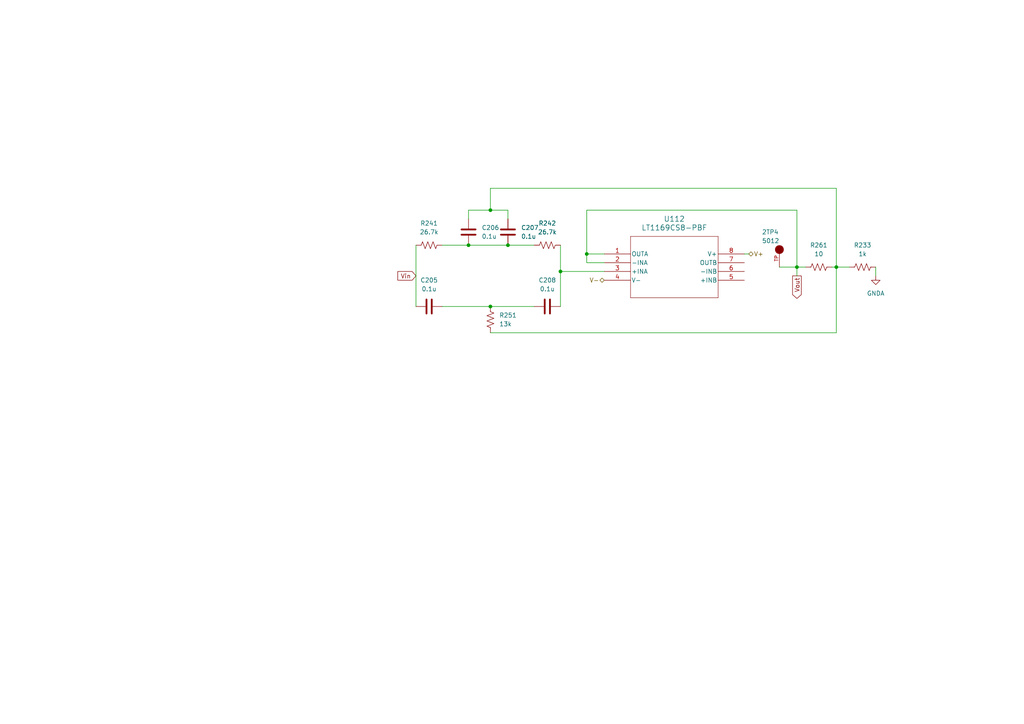
<source format=kicad_sch>
(kicad_sch (version 20230121) (generator eeschema)

  (uuid d44b965c-6455-4dba-afea-3cc4ffbeeba4)

  (paper "A4")

  (lib_symbols
    (symbol "Device:C" (pin_numbers hide) (pin_names (offset 0.254)) (in_bom yes) (on_board yes)
      (property "Reference" "C" (at 0.635 2.54 0)
        (effects (font (size 1.27 1.27)) (justify left))
      )
      (property "Value" "C" (at 0.635 -2.54 0)
        (effects (font (size 1.27 1.27)) (justify left))
      )
      (property "Footprint" "" (at 0.9652 -3.81 0)
        (effects (font (size 1.27 1.27)) hide)
      )
      (property "Datasheet" "~" (at 0 0 0)
        (effects (font (size 1.27 1.27)) hide)
      )
      (property "ki_keywords" "cap capacitor" (at 0 0 0)
        (effects (font (size 1.27 1.27)) hide)
      )
      (property "ki_description" "Unpolarized capacitor" (at 0 0 0)
        (effects (font (size 1.27 1.27)) hide)
      )
      (property "ki_fp_filters" "C_*" (at 0 0 0)
        (effects (font (size 1.27 1.27)) hide)
      )
      (symbol "C_0_1"
        (polyline
          (pts
            (xy -2.032 -0.762)
            (xy 2.032 -0.762)
          )
          (stroke (width 0.508) (type default))
          (fill (type none))
        )
        (polyline
          (pts
            (xy -2.032 0.762)
            (xy 2.032 0.762)
          )
          (stroke (width 0.508) (type default))
          (fill (type none))
        )
      )
      (symbol "C_1_1"
        (pin passive line (at 0 3.81 270) (length 2.794)
          (name "~" (effects (font (size 1.27 1.27))))
          (number "1" (effects (font (size 1.27 1.27))))
        )
        (pin passive line (at 0 -3.81 90) (length 2.794)
          (name "~" (effects (font (size 1.27 1.27))))
          (number "2" (effects (font (size 1.27 1.27))))
        )
      )
    )
    (symbol "Device:R_US" (pin_numbers hide) (pin_names (offset 0)) (in_bom yes) (on_board yes)
      (property "Reference" "R" (at 2.54 0 90)
        (effects (font (size 1.27 1.27)))
      )
      (property "Value" "R_US" (at -2.54 0 90)
        (effects (font (size 1.27 1.27)))
      )
      (property "Footprint" "" (at 1.016 -0.254 90)
        (effects (font (size 1.27 1.27)) hide)
      )
      (property "Datasheet" "~" (at 0 0 0)
        (effects (font (size 1.27 1.27)) hide)
      )
      (property "ki_keywords" "R res resistor" (at 0 0 0)
        (effects (font (size 1.27 1.27)) hide)
      )
      (property "ki_description" "Resistor, US symbol" (at 0 0 0)
        (effects (font (size 1.27 1.27)) hide)
      )
      (property "ki_fp_filters" "R_*" (at 0 0 0)
        (effects (font (size 1.27 1.27)) hide)
      )
      (symbol "R_US_0_1"
        (polyline
          (pts
            (xy 0 -2.286)
            (xy 0 -2.54)
          )
          (stroke (width 0) (type default))
          (fill (type none))
        )
        (polyline
          (pts
            (xy 0 2.286)
            (xy 0 2.54)
          )
          (stroke (width 0) (type default))
          (fill (type none))
        )
        (polyline
          (pts
            (xy 0 -0.762)
            (xy 1.016 -1.143)
            (xy 0 -1.524)
            (xy -1.016 -1.905)
            (xy 0 -2.286)
          )
          (stroke (width 0) (type default))
          (fill (type none))
        )
        (polyline
          (pts
            (xy 0 0.762)
            (xy 1.016 0.381)
            (xy 0 0)
            (xy -1.016 -0.381)
            (xy 0 -0.762)
          )
          (stroke (width 0) (type default))
          (fill (type none))
        )
        (polyline
          (pts
            (xy 0 2.286)
            (xy 1.016 1.905)
            (xy 0 1.524)
            (xy -1.016 1.143)
            (xy 0 0.762)
          )
          (stroke (width 0) (type default))
          (fill (type none))
        )
      )
      (symbol "R_US_1_1"
        (pin passive line (at 0 3.81 270) (length 1.27)
          (name "~" (effects (font (size 1.27 1.27))))
          (number "1" (effects (font (size 1.27 1.27))))
        )
        (pin passive line (at 0 -3.81 90) (length 1.27)
          (name "~" (effects (font (size 1.27 1.27))))
          (number "2" (effects (font (size 1.27 1.27))))
        )
      )
    )
    (symbol "TP_5012:5012" (pin_names (offset 1.016)) (in_bom yes) (on_board yes)
      (property "Reference" "TP" (at -2.5444 2.5415 0)
        (effects (font (size 1.27 1.27)) (justify left bottom))
      )
      (property "Value" "5012" (at -2.55 -5.0866 0)
        (effects (font (size 1.27 1.27)) (justify left bottom))
      )
      (property "Footprint" "5012:TP_5012" (at 0 0 0)
        (effects (font (size 1.27 1.27)) (justify bottom) hide)
      )
      (property "Datasheet" "" (at 0 0 0)
        (effects (font (size 1.27 1.27)) hide)
      )
      (property "PARTREV" "F" (at 0 0 0)
        (effects (font (size 1.27 1.27)) (justify bottom) hide)
      )
      (property "SNAPEDA_PN" "5010" (at 0 0 0)
        (effects (font (size 1.27 1.27)) (justify bottom) hide)
      )
      (property "MANUFACTURER" "Keystone Electronics" (at 0 0 0)
        (effects (font (size 1.27 1.27)) (justify bottom) hide)
      )
      (property "MAXIMUM_PACKAGE_HEIGHT" "8.13 mm" (at 0 0 0)
        (effects (font (size 1.27 1.27)) (justify bottom) hide)
      )
      (property "STANDARD" "Manufacturer Recommendations" (at 0 0 0)
        (effects (font (size 1.27 1.27)) (justify bottom) hide)
      )
      (symbol "5012_0_0"
        (circle (center 0 0) (radius 0.635)
          (stroke (width 1.27) (type default))
          (fill (type none))
        )
        (pin passive line (at -5.08 0 0) (length 5.08)
          (name "~" (effects (font (size 1.016 1.016))))
          (number "TP" (effects (font (size 1.016 1.016))))
        )
      )
    )
    (symbol "power:GNDA" (power) (pin_names (offset 0)) (in_bom yes) (on_board yes)
      (property "Reference" "#PWR" (at 0 -6.35 0)
        (effects (font (size 1.27 1.27)) hide)
      )
      (property "Value" "GNDA" (at 0 -3.81 0)
        (effects (font (size 1.27 1.27)))
      )
      (property "Footprint" "" (at 0 0 0)
        (effects (font (size 1.27 1.27)) hide)
      )
      (property "Datasheet" "" (at 0 0 0)
        (effects (font (size 1.27 1.27)) hide)
      )
      (property "ki_keywords" "global power" (at 0 0 0)
        (effects (font (size 1.27 1.27)) hide)
      )
      (property "ki_description" "Power symbol creates a global label with name \"GNDA\" , analog ground" (at 0 0 0)
        (effects (font (size 1.27 1.27)) hide)
      )
      (symbol "GNDA_0_1"
        (polyline
          (pts
            (xy 0 0)
            (xy 0 -1.27)
            (xy 1.27 -1.27)
            (xy 0 -2.54)
            (xy -1.27 -1.27)
            (xy 0 -1.27)
          )
          (stroke (width 0) (type default))
          (fill (type none))
        )
      )
      (symbol "GNDA_1_1"
        (pin power_in line (at 0 0 270) (length 0) hide
          (name "GNDA" (effects (font (size 1.27 1.27))))
          (number "1" (effects (font (size 1.27 1.27))))
        )
      )
    )
    (symbol "symbols:LT1169CS8-PBF" (pin_names (offset 0.254)) (in_bom yes) (on_board yes)
      (property "Reference" "U" (at 20.32 10.16 0)
        (effects (font (size 1.524 1.524)))
      )
      (property "Value" "LT1169CS8-PBF" (at 20.32 7.62 0)
        (effects (font (size 1.524 1.524)))
      )
      (property "Footprint" "SO-8_S_LIT" (at 0 0 0)
        (effects (font (size 1.27 1.27) italic) hide)
      )
      (property "Datasheet" "LT1169CS8-PBF" (at 0 0 0)
        (effects (font (size 1.27 1.27) italic) hide)
      )
      (property "ki_locked" "" (at 0 0 0)
        (effects (font (size 1.27 1.27)))
      )
      (property "ki_keywords" "LT1169CS8#PBF" (at 0 0 0)
        (effects (font (size 1.27 1.27)) hide)
      )
      (property "ki_fp_filters" "SO-8_S_LIT SO-8_S_LIT-M SO-8_S_LIT-L" (at 0 0 0)
        (effects (font (size 1.27 1.27)) hide)
      )
      (symbol "LT1169CS8-PBF_0_1"
        (polyline
          (pts
            (xy 7.62 -12.7)
            (xy 33.02 -12.7)
          )
          (stroke (width 0.127) (type default))
          (fill (type none))
        )
        (polyline
          (pts
            (xy 7.62 5.08)
            (xy 7.62 -12.7)
          )
          (stroke (width 0.127) (type default))
          (fill (type none))
        )
        (polyline
          (pts
            (xy 33.02 -12.7)
            (xy 33.02 5.08)
          )
          (stroke (width 0.127) (type default))
          (fill (type none))
        )
        (polyline
          (pts
            (xy 33.02 5.08)
            (xy 7.62 5.08)
          )
          (stroke (width 0.127) (type default))
          (fill (type none))
        )
        (pin output line (at 0 0 0) (length 7.62)
          (name "OUTA" (effects (font (size 1.27 1.27))))
          (number "1" (effects (font (size 1.27 1.27))))
        )
        (pin input line (at 0 -2.54 0) (length 7.62)
          (name "-INA" (effects (font (size 1.27 1.27))))
          (number "2" (effects (font (size 1.27 1.27))))
        )
        (pin input line (at 0 -5.08 0) (length 7.62)
          (name "+INA" (effects (font (size 1.27 1.27))))
          (number "3" (effects (font (size 1.27 1.27))))
        )
        (pin power_in line (at 0 -7.62 0) (length 7.62)
          (name "V-" (effects (font (size 1.27 1.27))))
          (number "4" (effects (font (size 1.27 1.27))))
        )
        (pin input line (at 40.64 -7.62 180) (length 7.62)
          (name "+INB" (effects (font (size 1.27 1.27))))
          (number "5" (effects (font (size 1.27 1.27))))
        )
        (pin input line (at 40.64 -5.08 180) (length 7.62)
          (name "-INB" (effects (font (size 1.27 1.27))))
          (number "6" (effects (font (size 1.27 1.27))))
        )
        (pin output line (at 40.64 -2.54 180) (length 7.62)
          (name "OUTB" (effects (font (size 1.27 1.27))))
          (number "7" (effects (font (size 1.27 1.27))))
        )
        (pin power_in line (at 40.64 0 180) (length 7.62)
          (name "V+" (effects (font (size 1.27 1.27))))
          (number "8" (effects (font (size 1.27 1.27))))
        )
      )
    )
  )

  (junction (at 162.56 78.74) (diameter 0) (color 0 0 0 0)
    (uuid 17bc7f73-848d-4b4b-89d8-3239a55af7b9)
  )
  (junction (at 231.14 77.47) (diameter 0) (color 0 0 0 0)
    (uuid 2aa76df0-199e-4dd6-888d-16bbe61bfe4a)
  )
  (junction (at 142.24 60.96) (diameter 0) (color 0 0 0 0)
    (uuid 685d93b9-d1e6-47d9-8897-2cca0c123b93)
  )
  (junction (at 135.89 71.12) (diameter 0) (color 0 0 0 0)
    (uuid 725dacb8-1403-4bf4-94ad-7883f4a9c526)
  )
  (junction (at 242.57 77.47) (diameter 0) (color 0 0 0 0)
    (uuid 7382f68c-8620-4650-8050-1c817f774581)
  )
  (junction (at 147.32 71.12) (diameter 0) (color 0 0 0 0)
    (uuid d2661a2a-6c27-4bb8-8580-22e6e95a4181)
  )
  (junction (at 142.24 88.9) (diameter 0) (color 0 0 0 0)
    (uuid e13de212-1178-4c6f-a8f1-416afa939a11)
  )
  (junction (at 170.18 73.66) (diameter 0) (color 0 0 0 0)
    (uuid e3434954-6f31-4947-b8cd-ca295bf27cbd)
  )

  (wire (pts (xy 162.56 78.74) (xy 175.26 78.74))
    (stroke (width 0) (type default))
    (uuid 02522501-d1a6-4c7e-9ac4-c2f0d36a7943)
  )
  (wire (pts (xy 226.06 77.47) (xy 231.14 77.47))
    (stroke (width 0) (type default))
    (uuid 0b56820a-b9b9-482d-86ab-e5a950b59d41)
  )
  (wire (pts (xy 170.18 60.96) (xy 231.14 60.96))
    (stroke (width 0) (type default))
    (uuid 13fb52c9-32df-482f-a429-c619612588f7)
  )
  (wire (pts (xy 135.89 71.12) (xy 147.32 71.12))
    (stroke (width 0) (type default))
    (uuid 16d4272f-affe-48a5-9dfe-4e62f2b672dd)
  )
  (wire (pts (xy 147.32 60.96) (xy 147.32 63.5))
    (stroke (width 0) (type default))
    (uuid 39617c31-26a0-41a5-9b5a-346ee9b5da78)
  )
  (wire (pts (xy 135.89 60.96) (xy 142.24 60.96))
    (stroke (width 0) (type default))
    (uuid 3cc8a162-dea3-48c5-bf3e-77f5a89db107)
  )
  (wire (pts (xy 231.14 77.47) (xy 231.14 80.01))
    (stroke (width 0) (type default))
    (uuid 53634be7-b042-4f09-bd0d-b2aa5d3b6c3a)
  )
  (wire (pts (xy 170.18 60.96) (xy 170.18 73.66))
    (stroke (width 0) (type default))
    (uuid 54fce4d4-49c8-4e9c-b624-4efa778550ea)
  )
  (wire (pts (xy 142.24 54.61) (xy 142.24 60.96))
    (stroke (width 0) (type default))
    (uuid 5f9b3ce1-89e5-486c-a107-58a93f77468d)
  )
  (wire (pts (xy 162.56 71.12) (xy 162.56 78.74))
    (stroke (width 0) (type default))
    (uuid 6792dd19-3e3d-4591-95bd-aea590a7e545)
  )
  (wire (pts (xy 128.27 88.9) (xy 142.24 88.9))
    (stroke (width 0) (type default))
    (uuid 7016bcd9-c5f1-43da-9cd7-c8e3f37d5bed)
  )
  (wire (pts (xy 254 77.47) (xy 254 80.01))
    (stroke (width 0) (type default))
    (uuid 8247194c-1ee3-4e1d-a260-2e6060810d32)
  )
  (wire (pts (xy 242.57 77.47) (xy 246.38 77.47))
    (stroke (width 0) (type default))
    (uuid 84c1f545-dfd9-4f37-b5b0-168df35a4e5a)
  )
  (wire (pts (xy 242.57 54.61) (xy 142.24 54.61))
    (stroke (width 0) (type default))
    (uuid 93c92a53-3055-4548-848e-27dbf49d2e4f)
  )
  (wire (pts (xy 120.65 71.12) (xy 120.65 88.9))
    (stroke (width 0) (type default))
    (uuid 93ca8982-c4f3-4d1d-bf8d-0a243620c933)
  )
  (wire (pts (xy 170.18 73.66) (xy 175.26 73.66))
    (stroke (width 0) (type default))
    (uuid 95ead6b1-cbcd-41fa-a14d-9cef1038fe35)
  )
  (wire (pts (xy 215.9 73.66) (xy 217.17 73.66))
    (stroke (width 0) (type default))
    (uuid 99c23f09-8f56-432a-8e02-9546f4d94701)
  )
  (wire (pts (xy 142.24 88.9) (xy 154.94 88.9))
    (stroke (width 0) (type default))
    (uuid 9d5cde43-9b8d-4cde-abe5-6b2f2bc8b81a)
  )
  (wire (pts (xy 147.32 71.12) (xy 154.94 71.12))
    (stroke (width 0) (type default))
    (uuid a02a1b9f-4c72-42fa-8466-c1a987fb2780)
  )
  (wire (pts (xy 170.18 73.66) (xy 170.18 76.2))
    (stroke (width 0) (type default))
    (uuid b705a310-d055-4b4e-bc8e-5af83f1bb952)
  )
  (wire (pts (xy 241.3 77.47) (xy 242.57 77.47))
    (stroke (width 0) (type default))
    (uuid b8b50eab-0c77-4e7e-b5cd-ae1686bbfdd5)
  )
  (wire (pts (xy 162.56 78.74) (xy 162.56 88.9))
    (stroke (width 0) (type default))
    (uuid c30a9547-0cf6-4149-b299-4c00695b8717)
  )
  (wire (pts (xy 242.57 77.47) (xy 242.57 54.61))
    (stroke (width 0) (type default))
    (uuid c7787e63-6645-4490-aac1-8ac590f58bd3)
  )
  (wire (pts (xy 142.24 60.96) (xy 147.32 60.96))
    (stroke (width 0) (type default))
    (uuid d890c157-49e1-4e6a-95ed-83b915c2080e)
  )
  (wire (pts (xy 170.18 76.2) (xy 175.26 76.2))
    (stroke (width 0) (type default))
    (uuid dacb46ca-4779-4c04-8086-eafc5f21538b)
  )
  (wire (pts (xy 142.24 96.52) (xy 242.57 96.52))
    (stroke (width 0) (type default))
    (uuid df2f60d4-9cc4-4828-bfbf-cc0a3fc63873)
  )
  (wire (pts (xy 231.14 77.47) (xy 233.68 77.47))
    (stroke (width 0) (type default))
    (uuid df458039-1806-4791-b016-61ad7e7f632b)
  )
  (wire (pts (xy 242.57 77.47) (xy 242.57 96.52))
    (stroke (width 0) (type default))
    (uuid ed5441f1-aa6f-4ae3-bb3b-3357202ab7bf)
  )
  (wire (pts (xy 231.14 60.96) (xy 231.14 77.47))
    (stroke (width 0) (type default))
    (uuid f5dc8752-e77f-448f-946c-045eb95398a6)
  )
  (wire (pts (xy 128.27 71.12) (xy 135.89 71.12))
    (stroke (width 0) (type default))
    (uuid f87181f7-a653-41fb-9001-8deca4bab0cd)
  )
  (wire (pts (xy 135.89 63.5) (xy 135.89 60.96))
    (stroke (width 0) (type default))
    (uuid fe88cabd-f9d1-425b-8481-7464308b920d)
  )

  (global_label "Vout" (shape output) (at 231.14 80.01 270) (fields_autoplaced)
    (effects (font (size 1.27 1.27)) (justify right))
    (uuid 0df9b765-5457-46b4-96e4-679f7207f655)
    (property "Intersheetrefs" "${INTERSHEET_REFS}" (at 231.14 87.1075 90)
      (effects (font (size 1.27 1.27)) (justify right) hide)
    )
  )
  (global_label "Vin" (shape input) (at 120.65 80.01 180) (fields_autoplaced)
    (effects (font (size 1.27 1.27)) (justify right))
    (uuid f12e016d-67e4-4406-af2d-4c6cbc295f53)
    (property "Intersheetrefs" "${INTERSHEET_REFS}" (at 114.8224 80.01 0)
      (effects (font (size 1.27 1.27)) (justify right) hide)
    )
  )

  (hierarchical_label "V-" (shape bidirectional) (at 175.26 81.28 180) (fields_autoplaced)
    (effects (font (size 1.27 1.27)) (justify right))
    (uuid 0094eb09-346b-4d3c-b3e9-03af93040df2)
  )
  (hierarchical_label "V+" (shape bidirectional) (at 217.17 73.66 0) (fields_autoplaced)
    (effects (font (size 1.27 1.27)) (justify left))
    (uuid 16a010ac-99b6-452a-a71e-1cf8345d9a36)
  )

  (symbol (lib_id "Device:R_US") (at 124.46 71.12 90) (unit 1)
    (in_bom yes) (on_board yes) (dnp no) (fields_autoplaced)
    (uuid 209c8912-b3fb-4c65-a44a-0247b27437bc)
    (property "Reference" "R241" (at 124.46 64.77 90)
      (effects (font (size 1.27 1.27)))
    )
    (property "Value" "26.7k" (at 124.46 67.31 90)
      (effects (font (size 1.27 1.27)))
    )
    (property "Footprint" "Resistor_SMD:R_0603_1608Metric_Pad0.98x0.95mm_HandSolder" (at 124.714 70.104 90)
      (effects (font (size 1.27 1.27)) hide)
    )
    (property "Datasheet" "~" (at 124.46 71.12 0)
      (effects (font (size 1.27 1.27)) hide)
    )
    (pin "1" (uuid 86ac0597-dab9-42b1-827a-dc34a7b929c0))
    (pin "2" (uuid f2e3d52a-7710-4aef-99c4-5128122cda0c))
    (instances
      (project "TR_EMG"
        (path "/c6167f6f-8a8c-40a1-9c06-7f0e8ea44639/e619882c-69e2-4357-9513-12f0ec23e799/2f0a58c0-1c44-4e98-afee-bedece3a8259"
          (reference "R241") (unit 1)
        )
        (path "/c6167f6f-8a8c-40a1-9c06-7f0e8ea44639/a0268632-eb9a-430e-97ab-e20adbf6cd41/2f0a58c0-1c44-4e98-afee-bedece3a8259"
          (reference "R141") (unit 1)
        )
        (path "/c6167f6f-8a8c-40a1-9c06-7f0e8ea44639/1e802adc-784c-4bfc-ac56-2ca34eafc640/2f0a58c0-1c44-4e98-afee-bedece3a8259"
          (reference "R341") (unit 1)
        )
        (path "/c6167f6f-8a8c-40a1-9c06-7f0e8ea44639/fca8234f-eea0-4615-81d1-2ac2d4337d1e/2f0a58c0-1c44-4e98-afee-bedece3a8259"
          (reference "R441") (unit 1)
        )
      )
    )
  )

  (symbol (lib_id "Device:R_US") (at 158.75 71.12 90) (unit 1)
    (in_bom yes) (on_board yes) (dnp no) (fields_autoplaced)
    (uuid 24778509-0fc2-40e9-8a64-febd491dd027)
    (property "Reference" "R242" (at 158.75 64.77 90)
      (effects (font (size 1.27 1.27)))
    )
    (property "Value" "26.7k" (at 158.75 67.31 90)
      (effects (font (size 1.27 1.27)))
    )
    (property "Footprint" "Resistor_SMD:R_0603_1608Metric_Pad0.98x0.95mm_HandSolder" (at 159.004 70.104 90)
      (effects (font (size 1.27 1.27)) hide)
    )
    (property "Datasheet" "~" (at 158.75 71.12 0)
      (effects (font (size 1.27 1.27)) hide)
    )
    (pin "1" (uuid 64e11a81-7f67-4edb-9f9b-7bdcf64bd76f))
    (pin "2" (uuid ce15e93b-d773-4b91-afa0-eb4341c46df7))
    (instances
      (project "TR_EMG"
        (path "/c6167f6f-8a8c-40a1-9c06-7f0e8ea44639/e619882c-69e2-4357-9513-12f0ec23e799/2f0a58c0-1c44-4e98-afee-bedece3a8259"
          (reference "R242") (unit 1)
        )
        (path "/c6167f6f-8a8c-40a1-9c06-7f0e8ea44639/a0268632-eb9a-430e-97ab-e20adbf6cd41/2f0a58c0-1c44-4e98-afee-bedece3a8259"
          (reference "R142") (unit 1)
        )
        (path "/c6167f6f-8a8c-40a1-9c06-7f0e8ea44639/1e802adc-784c-4bfc-ac56-2ca34eafc640/2f0a58c0-1c44-4e98-afee-bedece3a8259"
          (reference "R342") (unit 1)
        )
        (path "/c6167f6f-8a8c-40a1-9c06-7f0e8ea44639/fca8234f-eea0-4615-81d1-2ac2d4337d1e/2f0a58c0-1c44-4e98-afee-bedece3a8259"
          (reference "R442") (unit 1)
        )
      )
    )
  )

  (symbol (lib_id "Device:C") (at 124.46 88.9 90) (unit 1)
    (in_bom yes) (on_board yes) (dnp no) (fields_autoplaced)
    (uuid 38928557-8e4b-4dfa-9aa9-8e9ad0ffcfd4)
    (property "Reference" "C205" (at 124.46 81.28 90)
      (effects (font (size 1.27 1.27)))
    )
    (property "Value" "0.1u" (at 124.46 83.82 90)
      (effects (font (size 1.27 1.27)))
    )
    (property "Footprint" "Capacitor_SMD:C_0603_1608Metric_Pad1.08x0.95mm_HandSolder" (at 128.27 87.9348 0)
      (effects (font (size 1.27 1.27)) hide)
    )
    (property "Datasheet" "~" (at 124.46 88.9 0)
      (effects (font (size 1.27 1.27)) hide)
    )
    (pin "1" (uuid c8486478-d924-40d5-9ad1-996785b592a8))
    (pin "2" (uuid 2d72b34a-0d6b-4071-850f-dde0c3d21b46))
    (instances
      (project "TR_EMG"
        (path "/c6167f6f-8a8c-40a1-9c06-7f0e8ea44639/e619882c-69e2-4357-9513-12f0ec23e799/2f0a58c0-1c44-4e98-afee-bedece3a8259"
          (reference "C205") (unit 1)
        )
        (path "/c6167f6f-8a8c-40a1-9c06-7f0e8ea44639/a0268632-eb9a-430e-97ab-e20adbf6cd41/2f0a58c0-1c44-4e98-afee-bedece3a8259"
          (reference "C105") (unit 1)
        )
        (path "/c6167f6f-8a8c-40a1-9c06-7f0e8ea44639/1e802adc-784c-4bfc-ac56-2ca34eafc640/2f0a58c0-1c44-4e98-afee-bedece3a8259"
          (reference "C305") (unit 1)
        )
        (path "/c6167f6f-8a8c-40a1-9c06-7f0e8ea44639/fca8234f-eea0-4615-81d1-2ac2d4337d1e/2f0a58c0-1c44-4e98-afee-bedece3a8259"
          (reference "C405") (unit 1)
        )
      )
    )
  )

  (symbol (lib_id "power:GNDA") (at 254 80.01 0) (unit 1)
    (in_bom yes) (on_board yes) (dnp no) (fields_autoplaced)
    (uuid 533ba37f-9502-4f71-a3da-02cc7e261002)
    (property "Reference" "#PWR02" (at 254 86.36 0)
      (effects (font (size 1.27 1.27)) hide)
    )
    (property "Value" "GNDA" (at 254 85.09 0)
      (effects (font (size 1.27 1.27)))
    )
    (property "Footprint" "" (at 254 80.01 0)
      (effects (font (size 1.27 1.27)) hide)
    )
    (property "Datasheet" "" (at 254 80.01 0)
      (effects (font (size 1.27 1.27)) hide)
    )
    (pin "1" (uuid c4de40ca-d49d-4531-8db6-840490104171))
    (instances
      (project "TR_EMG"
        (path "/c6167f6f-8a8c-40a1-9c06-7f0e8ea44639/a0268632-eb9a-430e-97ab-e20adbf6cd41/2f0a58c0-1c44-4e98-afee-bedece3a8259"
          (reference "#PWR02") (unit 1)
        )
        (path "/c6167f6f-8a8c-40a1-9c06-7f0e8ea44639/e619882c-69e2-4357-9513-12f0ec23e799/2f0a58c0-1c44-4e98-afee-bedece3a8259"
          (reference "#PWR011") (unit 1)
        )
        (path "/c6167f6f-8a8c-40a1-9c06-7f0e8ea44639/1e802adc-784c-4bfc-ac56-2ca34eafc640/2f0a58c0-1c44-4e98-afee-bedece3a8259"
          (reference "#PWR012") (unit 1)
        )
        (path "/c6167f6f-8a8c-40a1-9c06-7f0e8ea44639/fca8234f-eea0-4615-81d1-2ac2d4337d1e/2f0a58c0-1c44-4e98-afee-bedece3a8259"
          (reference "#PWR013") (unit 1)
        )
      )
    )
  )

  (symbol (lib_id "symbols:LT1169CS8-PBF") (at 175.26 73.66 0) (unit 1)
    (in_bom yes) (on_board yes) (dnp no) (fields_autoplaced)
    (uuid 5de546e0-1880-4bdf-b5a3-ceb1b1f7a481)
    (property "Reference" "U112" (at 195.58 63.5 0)
      (effects (font (size 1.524 1.524)))
    )
    (property "Value" "LT1169CS8-PBF" (at 195.58 66.04 0)
      (effects (font (size 1.524 1.524)))
    )
    (property "Footprint" "footprints:LT-SOIC127P599X175-8N" (at 175.26 73.66 0)
      (effects (font (size 1.27 1.27) italic) hide)
    )
    (property "Datasheet" "LT1169CS8-PBF" (at 175.26 73.66 0)
      (effects (font (size 1.27 1.27) italic) hide)
    )
    (pin "4" (uuid 7be8a70b-dbfb-4f17-acbd-9401161e0527))
    (pin "2" (uuid 30ae7b63-7bc0-43d4-8c61-740798ac6244))
    (pin "7" (uuid 76adb41c-d2d5-4fda-b75b-6ff809b230c6))
    (pin "1" (uuid e5f73954-2ca4-4c23-bcfe-239552268454))
    (pin "3" (uuid 5e439a53-28ca-451d-a622-cc954f31b008))
    (pin "5" (uuid 366ba374-7148-42c7-9d50-6c231f3d7436))
    (pin "6" (uuid 32f2fb16-7a6a-4b47-b574-fc63fb1b38b8))
    (pin "8" (uuid f3db28b3-90c3-4178-973b-512ffb7ac15c))
    (instances
      (project "TR_EMG"
        (path "/c6167f6f-8a8c-40a1-9c06-7f0e8ea44639/a0268632-eb9a-430e-97ab-e20adbf6cd41/2f0a58c0-1c44-4e98-afee-bedece3a8259"
          (reference "U112") (unit 1)
        )
        (path "/c6167f6f-8a8c-40a1-9c06-7f0e8ea44639/fca8234f-eea0-4615-81d1-2ac2d4337d1e/2f0a58c0-1c44-4e98-afee-bedece3a8259"
          (reference "U412") (unit 1)
        )
        (path "/c6167f6f-8a8c-40a1-9c06-7f0e8ea44639/1e802adc-784c-4bfc-ac56-2ca34eafc640/2f0a58c0-1c44-4e98-afee-bedece3a8259"
          (reference "U312") (unit 1)
        )
        (path "/c6167f6f-8a8c-40a1-9c06-7f0e8ea44639/e619882c-69e2-4357-9513-12f0ec23e799/2f0a58c0-1c44-4e98-afee-bedece3a8259"
          (reference "U212") (unit 1)
        )
      )
    )
  )

  (symbol (lib_id "TP_5012:5012") (at 226.06 72.39 90) (unit 1)
    (in_bom yes) (on_board yes) (dnp no)
    (uuid 643c0d07-ce4a-4a13-8f4c-8230529d416a)
    (property "Reference" "2TP4" (at 220.98 67.31 90)
      (effects (font (size 1.27 1.27)) (justify right))
    )
    (property "Value" "5012" (at 220.98 69.85 90)
      (effects (font (size 1.27 1.27)) (justify right))
    )
    (property "Footprint" "footprints:TP_5012" (at 226.06 72.39 0)
      (effects (font (size 1.27 1.27)) (justify bottom) hide)
    )
    (property "Datasheet" "" (at 226.06 72.39 0)
      (effects (font (size 1.27 1.27)) hide)
    )
    (property "PARTREV" "F" (at 226.06 72.39 0)
      (effects (font (size 1.27 1.27)) (justify bottom) hide)
    )
    (property "SNAPEDA_PN" "5010" (at 226.06 72.39 0)
      (effects (font (size 1.27 1.27)) (justify bottom) hide)
    )
    (property "MANUFACTURER" "Keystone Electronics" (at 226.06 72.39 0)
      (effects (font (size 1.27 1.27)) (justify bottom) hide)
    )
    (property "MAXIMUM_PACKAGE_HEIGHT" "8.13 mm" (at 226.06 72.39 0)
      (effects (font (size 1.27 1.27)) (justify bottom) hide)
    )
    (property "STANDARD" "Manufacturer Recommendations" (at 226.06 72.39 0)
      (effects (font (size 1.27 1.27)) (justify bottom) hide)
    )
    (pin "TP" (uuid cc597932-d606-4aed-9702-66c4d303d548))
    (instances
      (project "TR_EMG"
        (path "/c6167f6f-8a8c-40a1-9c06-7f0e8ea44639/e619882c-69e2-4357-9513-12f0ec23e799/2f0a58c0-1c44-4e98-afee-bedece3a8259"
          (reference "2TP4") (unit 1)
        )
        (path "/c6167f6f-8a8c-40a1-9c06-7f0e8ea44639/a0268632-eb9a-430e-97ab-e20adbf6cd41/2f0a58c0-1c44-4e98-afee-bedece3a8259"
          (reference "1TP4") (unit 1)
        )
        (path "/c6167f6f-8a8c-40a1-9c06-7f0e8ea44639/1e802adc-784c-4bfc-ac56-2ca34eafc640/2f0a58c0-1c44-4e98-afee-bedece3a8259"
          (reference "3TP4") (unit 1)
        )
        (path "/c6167f6f-8a8c-40a1-9c06-7f0e8ea44639/fca8234f-eea0-4615-81d1-2ac2d4337d1e/2f0a58c0-1c44-4e98-afee-bedece3a8259"
          (reference "4TP4") (unit 1)
        )
      )
    )
  )

  (symbol (lib_id "Device:R_US") (at 142.24 92.71 180) (unit 1)
    (in_bom yes) (on_board yes) (dnp no) (fields_autoplaced)
    (uuid 6d9e4c39-7df4-4a3b-8af3-4dd197a3c434)
    (property "Reference" "R251" (at 144.78 91.44 0)
      (effects (font (size 1.27 1.27)) (justify right))
    )
    (property "Value" "13k" (at 144.78 93.98 0)
      (effects (font (size 1.27 1.27)) (justify right))
    )
    (property "Footprint" "Resistor_SMD:R_0603_1608Metric_Pad0.98x0.95mm_HandSolder" (at 141.224 92.456 90)
      (effects (font (size 1.27 1.27)) hide)
    )
    (property "Datasheet" "~" (at 142.24 92.71 0)
      (effects (font (size 1.27 1.27)) hide)
    )
    (pin "1" (uuid 67f3fb18-e2b6-4d50-b702-5cac68d6c298))
    (pin "2" (uuid 112d27eb-d278-4d86-b65e-36e2df25e29b))
    (instances
      (project "TR_EMG"
        (path "/c6167f6f-8a8c-40a1-9c06-7f0e8ea44639/e619882c-69e2-4357-9513-12f0ec23e799/2f0a58c0-1c44-4e98-afee-bedece3a8259"
          (reference "R251") (unit 1)
        )
        (path "/c6167f6f-8a8c-40a1-9c06-7f0e8ea44639/a0268632-eb9a-430e-97ab-e20adbf6cd41/2f0a58c0-1c44-4e98-afee-bedece3a8259"
          (reference "R151") (unit 1)
        )
        (path "/c6167f6f-8a8c-40a1-9c06-7f0e8ea44639/1e802adc-784c-4bfc-ac56-2ca34eafc640/2f0a58c0-1c44-4e98-afee-bedece3a8259"
          (reference "R351") (unit 1)
        )
        (path "/c6167f6f-8a8c-40a1-9c06-7f0e8ea44639/fca8234f-eea0-4615-81d1-2ac2d4337d1e/2f0a58c0-1c44-4e98-afee-bedece3a8259"
          (reference "R451") (unit 1)
        )
      )
    )
  )

  (symbol (lib_id "Device:R_US") (at 250.19 77.47 270) (unit 1)
    (in_bom yes) (on_board yes) (dnp no) (fields_autoplaced)
    (uuid 8771cf54-fbb7-4cf5-b05b-724c5ab9b752)
    (property "Reference" "R233" (at 250.19 71.12 90)
      (effects (font (size 1.27 1.27)))
    )
    (property "Value" "1k" (at 250.19 73.66 90)
      (effects (font (size 1.27 1.27)))
    )
    (property "Footprint" "Resistor_SMD:R_0603_1608Metric_Pad0.98x0.95mm_HandSolder" (at 249.936 78.486 90)
      (effects (font (size 1.27 1.27)) hide)
    )
    (property "Datasheet" "~" (at 250.19 77.47 0)
      (effects (font (size 1.27 1.27)) hide)
    )
    (pin "1" (uuid 8c6d3a33-f996-49e6-a80e-d1da4ba5e9b0))
    (pin "2" (uuid 68fd93a4-9d27-4634-86e0-925f13ddbe3d))
    (instances
      (project "TR_EMG"
        (path "/c6167f6f-8a8c-40a1-9c06-7f0e8ea44639/e619882c-69e2-4357-9513-12f0ec23e799/2f0a58c0-1c44-4e98-afee-bedece3a8259"
          (reference "R233") (unit 1)
        )
        (path "/c6167f6f-8a8c-40a1-9c06-7f0e8ea44639/a0268632-eb9a-430e-97ab-e20adbf6cd41/2f0a58c0-1c44-4e98-afee-bedece3a8259"
          (reference "R133") (unit 1)
        )
        (path "/c6167f6f-8a8c-40a1-9c06-7f0e8ea44639/1e802adc-784c-4bfc-ac56-2ca34eafc640/2f0a58c0-1c44-4e98-afee-bedece3a8259"
          (reference "R333") (unit 1)
        )
        (path "/c6167f6f-8a8c-40a1-9c06-7f0e8ea44639/fca8234f-eea0-4615-81d1-2ac2d4337d1e/2f0a58c0-1c44-4e98-afee-bedece3a8259"
          (reference "R433") (unit 1)
        )
      )
    )
  )

  (symbol (lib_id "Device:C") (at 158.75 88.9 90) (unit 1)
    (in_bom yes) (on_board yes) (dnp no) (fields_autoplaced)
    (uuid 95586611-ed21-41ed-b6b5-73ffe2161709)
    (property "Reference" "C208" (at 158.75 81.28 90)
      (effects (font (size 1.27 1.27)))
    )
    (property "Value" "0.1u" (at 158.75 83.82 90)
      (effects (font (size 1.27 1.27)))
    )
    (property "Footprint" "Capacitor_SMD:C_0603_1608Metric_Pad1.08x0.95mm_HandSolder" (at 162.56 87.9348 0)
      (effects (font (size 1.27 1.27)) hide)
    )
    (property "Datasheet" "~" (at 158.75 88.9 0)
      (effects (font (size 1.27 1.27)) hide)
    )
    (pin "1" (uuid 8bc7bae2-c0a2-4ef7-90fc-7015ee4cc670))
    (pin "2" (uuid 39105f73-ee5b-460f-8140-7fdc00824e58))
    (instances
      (project "TR_EMG"
        (path "/c6167f6f-8a8c-40a1-9c06-7f0e8ea44639/e619882c-69e2-4357-9513-12f0ec23e799/2f0a58c0-1c44-4e98-afee-bedece3a8259"
          (reference "C208") (unit 1)
        )
        (path "/c6167f6f-8a8c-40a1-9c06-7f0e8ea44639/a0268632-eb9a-430e-97ab-e20adbf6cd41/2f0a58c0-1c44-4e98-afee-bedece3a8259"
          (reference "C108") (unit 1)
        )
        (path "/c6167f6f-8a8c-40a1-9c06-7f0e8ea44639/1e802adc-784c-4bfc-ac56-2ca34eafc640/2f0a58c0-1c44-4e98-afee-bedece3a8259"
          (reference "C308") (unit 1)
        )
        (path "/c6167f6f-8a8c-40a1-9c06-7f0e8ea44639/fca8234f-eea0-4615-81d1-2ac2d4337d1e/2f0a58c0-1c44-4e98-afee-bedece3a8259"
          (reference "C408") (unit 1)
        )
      )
    )
  )

  (symbol (lib_id "Device:C") (at 135.89 67.31 0) (unit 1)
    (in_bom yes) (on_board yes) (dnp no) (fields_autoplaced)
    (uuid 9b4475cc-e4aa-449e-b70b-243dc1873e61)
    (property "Reference" "C206" (at 139.7 66.04 0)
      (effects (font (size 1.27 1.27)) (justify left))
    )
    (property "Value" "0.1u" (at 139.7 68.58 0)
      (effects (font (size 1.27 1.27)) (justify left))
    )
    (property "Footprint" "Capacitor_SMD:C_0603_1608Metric_Pad1.08x0.95mm_HandSolder" (at 136.8552 71.12 0)
      (effects (font (size 1.27 1.27)) hide)
    )
    (property "Datasheet" "~" (at 135.89 67.31 0)
      (effects (font (size 1.27 1.27)) hide)
    )
    (pin "1" (uuid 475fb015-fac3-4e02-85bd-7dc8c6f46f6f))
    (pin "2" (uuid 56abf1dd-32cc-4ab9-ac08-2dcb13de639b))
    (instances
      (project "TR_EMG"
        (path "/c6167f6f-8a8c-40a1-9c06-7f0e8ea44639/e619882c-69e2-4357-9513-12f0ec23e799/2f0a58c0-1c44-4e98-afee-bedece3a8259"
          (reference "C206") (unit 1)
        )
        (path "/c6167f6f-8a8c-40a1-9c06-7f0e8ea44639/a0268632-eb9a-430e-97ab-e20adbf6cd41/2f0a58c0-1c44-4e98-afee-bedece3a8259"
          (reference "C106") (unit 1)
        )
        (path "/c6167f6f-8a8c-40a1-9c06-7f0e8ea44639/1e802adc-784c-4bfc-ac56-2ca34eafc640/2f0a58c0-1c44-4e98-afee-bedece3a8259"
          (reference "C306") (unit 1)
        )
        (path "/c6167f6f-8a8c-40a1-9c06-7f0e8ea44639/fca8234f-eea0-4615-81d1-2ac2d4337d1e/2f0a58c0-1c44-4e98-afee-bedece3a8259"
          (reference "C406") (unit 1)
        )
      )
    )
  )

  (symbol (lib_id "Device:R_US") (at 237.49 77.47 270) (unit 1)
    (in_bom yes) (on_board yes) (dnp no) (fields_autoplaced)
    (uuid ebd5487f-24d1-4fa8-8290-81009e57de32)
    (property "Reference" "R261" (at 237.49 71.12 90)
      (effects (font (size 1.27 1.27)))
    )
    (property "Value" "10" (at 237.49 73.66 90)
      (effects (font (size 1.27 1.27)))
    )
    (property "Footprint" "Resistor_SMD:R_0603_1608Metric_Pad0.98x0.95mm_HandSolder" (at 237.236 78.486 90)
      (effects (font (size 1.27 1.27)) hide)
    )
    (property "Datasheet" "~" (at 237.49 77.47 0)
      (effects (font (size 1.27 1.27)) hide)
    )
    (pin "1" (uuid 8e5c5534-b699-4092-bf2c-212ae1e9c891))
    (pin "2" (uuid 613c64d1-6d99-49d1-a9f8-b287ac4da067))
    (instances
      (project "TR_EMG"
        (path "/c6167f6f-8a8c-40a1-9c06-7f0e8ea44639/e619882c-69e2-4357-9513-12f0ec23e799/2f0a58c0-1c44-4e98-afee-bedece3a8259"
          (reference "R261") (unit 1)
        )
        (path "/c6167f6f-8a8c-40a1-9c06-7f0e8ea44639/a0268632-eb9a-430e-97ab-e20adbf6cd41/2f0a58c0-1c44-4e98-afee-bedece3a8259"
          (reference "R161") (unit 1)
        )
        (path "/c6167f6f-8a8c-40a1-9c06-7f0e8ea44639/1e802adc-784c-4bfc-ac56-2ca34eafc640/2f0a58c0-1c44-4e98-afee-bedece3a8259"
          (reference "R361") (unit 1)
        )
        (path "/c6167f6f-8a8c-40a1-9c06-7f0e8ea44639/fca8234f-eea0-4615-81d1-2ac2d4337d1e/2f0a58c0-1c44-4e98-afee-bedece3a8259"
          (reference "R461") (unit 1)
        )
      )
    )
  )

  (symbol (lib_id "Device:C") (at 147.32 67.31 0) (unit 1)
    (in_bom yes) (on_board yes) (dnp no) (fields_autoplaced)
    (uuid f3aa14cc-a345-43ea-9c3b-9b1900742eb9)
    (property "Reference" "C207" (at 151.13 66.04 0)
      (effects (font (size 1.27 1.27)) (justify left))
    )
    (property "Value" "0.1u" (at 151.13 68.58 0)
      (effects (font (size 1.27 1.27)) (justify left))
    )
    (property "Footprint" "Capacitor_SMD:C_0603_1608Metric_Pad1.08x0.95mm_HandSolder" (at 148.2852 71.12 0)
      (effects (font (size 1.27 1.27)) hide)
    )
    (property "Datasheet" "~" (at 147.32 67.31 0)
      (effects (font (size 1.27 1.27)) hide)
    )
    (pin "2" (uuid 2b9922d5-d057-4624-a845-1bc78a5b732a))
    (pin "1" (uuid 90b6b27e-475a-4938-a414-257f8c89bb12))
    (instances
      (project "TR_EMG"
        (path "/c6167f6f-8a8c-40a1-9c06-7f0e8ea44639/e619882c-69e2-4357-9513-12f0ec23e799/2f0a58c0-1c44-4e98-afee-bedece3a8259"
          (reference "C207") (unit 1)
        )
        (path "/c6167f6f-8a8c-40a1-9c06-7f0e8ea44639/a0268632-eb9a-430e-97ab-e20adbf6cd41/2f0a58c0-1c44-4e98-afee-bedece3a8259"
          (reference "C107") (unit 1)
        )
        (path "/c6167f6f-8a8c-40a1-9c06-7f0e8ea44639/1e802adc-784c-4bfc-ac56-2ca34eafc640/2f0a58c0-1c44-4e98-afee-bedece3a8259"
          (reference "C307") (unit 1)
        )
        (path "/c6167f6f-8a8c-40a1-9c06-7f0e8ea44639/fca8234f-eea0-4615-81d1-2ac2d4337d1e/2f0a58c0-1c44-4e98-afee-bedece3a8259"
          (reference "C407") (unit 1)
        )
      )
    )
  )
)

</source>
